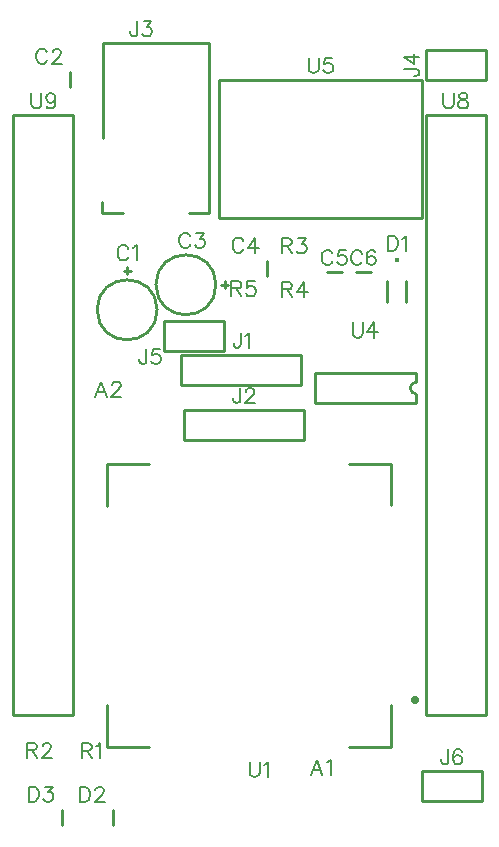
<source format=gbr>
G04 DipTrace 3.0.0.1*
G04 TopSilk.gbr*
%MOIN*%
G04 #@! TF.FileFunction,Legend,Top*
G04 #@! TF.Part,Single*
%ADD10C,0.009843*%
%ADD34C,0.015749*%
%ADD42O,0.027954X0.029027*%
%ADD103C,0.00772*%
%FSLAX26Y26*%
G04*
G70*
G90*
G75*
G01*
G04 TopSilk*
%LPD*%
X774794Y2277125D2*
D10*
X798434D1*
X786614Y2288944D2*
Y2265331D1*
X686614Y2147215D2*
G02X686614Y2147215I100000J0D01*
G01*
X597659Y2940138D2*
Y2888996D1*
X1112558Y2242529D2*
Y2218889D1*
X1124377Y2230709D2*
X1100764D1*
X882683D2*
G02X882683Y2230709I99965J0D01*
G01*
X1252383Y2311004D2*
Y2259862D1*
X1451988Y2274037D2*
X1503130D1*
X1549232Y2273249D2*
X1600374D1*
X1716538Y2244496D2*
Y2173617D1*
X1653543Y2244496D2*
Y2173617D1*
D34*
X1685041Y2313387D3*
X739743Y479902D2*
D10*
Y428760D1*
X568877Y481083D2*
Y429941D1*
X967323Y1997638D2*
Y1897638D1*
X1367323Y1997638D2*
X967323D1*
X1367323Y1897638D2*
X967323D1*
X1367323Y1997638D2*
Y1897638D1*
X976378Y1812992D2*
Y1712992D1*
X1376378Y1812992D2*
X976378D1*
X1376378Y1712992D2*
X976378D1*
X1376378Y1812992D2*
Y1712992D1*
X1059055Y3035433D2*
X704691D1*
Y2720490D1*
X702753Y2507849D2*
X702798Y2468497D1*
X771633D1*
X992113D2*
X1059055D1*
Y3035433D1*
X1983858Y2913780D2*
Y3013780D1*
X1783858Y2913780D2*
X1983858D1*
X1783858D2*
Y3013780D1*
X1983858D1*
X1108701Y2008701D2*
Y2108701D1*
X908701Y2008701D2*
X1108701D1*
X908701D2*
Y2108701D1*
X1108701D1*
X1968701Y508701D2*
Y608701D1*
X1768701Y508701D2*
X1968701D1*
X1768701D2*
Y608701D1*
X1968701D1*
X1666699Y829817D2*
Y688816D1*
X1525650D1*
D42*
X1744692Y847354D3*
X860628Y688816D2*
D10*
X720646D1*
Y829817D1*
Y828809D1*
X1666699Y1495820D2*
Y1634806D1*
X1525650D1*
X859668D2*
X720646D1*
Y1493805D1*
X1750005Y1937409D2*
X1411412D1*
X1750005Y1835032D2*
X1411412D1*
Y1937409D2*
Y1835032D1*
X1750005Y1937409D2*
Y1905915D1*
Y1866526D2*
Y1835032D1*
Y1905915D2*
G03X1750005Y1866526I-12J-19694D01*
G01*
X1770866Y2914173D2*
X1094094D1*
Y2452362D1*
X1770866D1*
Y2914173D1*
X1782283Y795669D2*
X1982283D1*
X1782283Y2795669D2*
X1982283D1*
Y795669D1*
X1782283Y2795669D2*
Y795669D1*
X407480D2*
X607480D1*
X407480Y2795669D2*
X607480D1*
Y795669D1*
X407480Y2795669D2*
Y795669D1*
X1437324Y597747D2*
D103*
X1418146Y647987D1*
X1399023Y597747D1*
X1406208Y614494D2*
X1430139D1*
X1452764Y638370D2*
X1457572Y640802D1*
X1464757Y647932D1*
Y597747D1*
X718307Y1857235D2*
X699128Y1907475D1*
X680005Y1857235D1*
X687190Y1873982D2*
X711122D1*
X736178Y1895482D2*
Y1897858D1*
X738554Y1902667D1*
X740931Y1905043D1*
X745739Y1907420D1*
X755301D1*
X760054Y1905043D1*
X762431Y1902667D1*
X764863Y1897858D1*
Y1893105D1*
X762431Y1888297D1*
X757678Y1881167D1*
X733746Y1857235D1*
X767239D1*
X790833Y2350229D2*
X788456Y2354982D1*
X783648Y2359791D1*
X778895Y2362167D1*
X769333D1*
X764524Y2359791D1*
X759771Y2354982D1*
X757339Y2350229D1*
X754963Y2343044D1*
Y2331051D1*
X757339Y2323921D1*
X759771Y2319112D1*
X764524Y2314359D1*
X769333Y2311927D1*
X778895D1*
X783648Y2314359D1*
X788456Y2319112D1*
X790833Y2323921D1*
X806272Y2352550D2*
X811080Y2354982D1*
X818266Y2362112D1*
Y2311927D1*
X520251Y3005379D2*
X517874Y3010133D1*
X513066Y3014941D1*
X508313Y3017318D1*
X498751D1*
X493943Y3014941D1*
X489189Y3010133D1*
X486757Y3005379D1*
X484381Y2998194D1*
Y2986201D1*
X486757Y2979071D1*
X489189Y2974263D1*
X493943Y2969509D1*
X498751Y2967078D1*
X508313D1*
X513066Y2969509D1*
X517874Y2974263D1*
X520251Y2979071D1*
X538122Y3005324D2*
Y3007701D1*
X540499Y3012509D1*
X542875Y3014886D1*
X547684Y3017262D1*
X557245D1*
X561998Y3014886D1*
X564375Y3012509D1*
X566807Y3007701D1*
Y3002947D1*
X564375Y2998139D1*
X559622Y2991009D1*
X535690Y2967078D1*
X569183D1*
X996999Y2391994D2*
X994622Y2396747D1*
X989814Y2401555D1*
X985061Y2403932D1*
X975499D1*
X970691Y2401555D1*
X965937Y2396747D1*
X963506Y2391994D1*
X961129Y2384808D1*
Y2372815D1*
X963506Y2365685D1*
X965937Y2360877D1*
X970691Y2356124D1*
X975499Y2353692D1*
X985061D1*
X989814Y2356124D1*
X994622Y2360877D1*
X996999Y2365685D1*
X1017247Y2403876D2*
X1043500D1*
X1029185Y2384753D1*
X1036370D1*
X1041123Y2382377D1*
X1043500Y2380000D1*
X1045931Y2372815D1*
Y2368062D1*
X1043500Y2360877D1*
X1038746Y2356068D1*
X1031561Y2353692D1*
X1024376D1*
X1017247Y2356068D1*
X1014870Y2358500D1*
X1012438Y2363253D1*
X1173787Y2376245D2*
X1171410Y2380999D1*
X1166602Y2385807D1*
X1161849Y2388184D1*
X1152287D1*
X1147479Y2385807D1*
X1142725Y2380999D1*
X1140294Y2376245D1*
X1137917Y2369060D1*
Y2357067D1*
X1140294Y2349937D1*
X1142725Y2345129D1*
X1147479Y2340376D1*
X1152287Y2337944D1*
X1161849D1*
X1166602Y2340376D1*
X1171410Y2345129D1*
X1173787Y2349937D1*
X1213158Y2337944D2*
Y2388128D1*
X1189226Y2354690D1*
X1225096D1*
X1471028Y2335322D2*
X1468651Y2340075D1*
X1463843Y2344883D1*
X1459090Y2347260D1*
X1449528D1*
X1444719Y2344883D1*
X1439966Y2340075D1*
X1437534Y2335322D1*
X1435158Y2328137D1*
Y2316143D1*
X1437534Y2309013D1*
X1439966Y2304205D1*
X1444719Y2299452D1*
X1449528Y2297020D1*
X1459090D1*
X1463843Y2299452D1*
X1468651Y2304205D1*
X1471028Y2309013D1*
X1515152Y2347205D2*
X1491275D1*
X1488899Y2325705D1*
X1491275Y2328081D1*
X1498460Y2330513D1*
X1505590D1*
X1512775Y2328081D1*
X1517584Y2323328D1*
X1519960Y2316143D1*
Y2311390D1*
X1517584Y2304205D1*
X1512775Y2299396D1*
X1505590Y2297020D1*
X1498460D1*
X1491275Y2299396D1*
X1488899Y2301828D1*
X1486467Y2306581D1*
X1569488Y2334534D2*
X1567111Y2339287D1*
X1562303Y2344096D1*
X1557550Y2346472D1*
X1547988D1*
X1543179Y2344096D1*
X1538426Y2339287D1*
X1535994Y2334534D1*
X1533618Y2327349D1*
Y2315356D1*
X1535994Y2308226D1*
X1538426Y2303417D1*
X1543179Y2298664D1*
X1547988Y2296232D1*
X1557550D1*
X1562303Y2298664D1*
X1567111Y2303417D1*
X1569488Y2308226D1*
X1613612Y2339287D2*
X1611235Y2344041D1*
X1604050Y2346417D1*
X1599297D1*
X1592112Y2344041D1*
X1587304Y2336856D1*
X1584927Y2324917D1*
Y2312979D1*
X1587304Y2303417D1*
X1592112Y2298609D1*
X1599297Y2296232D1*
X1601674D1*
X1608803Y2298609D1*
X1613612Y2303417D1*
X1615988Y2310602D1*
Y2312979D1*
X1613612Y2320164D1*
X1608803Y2324917D1*
X1601674Y2327294D1*
X1599297D1*
X1592112Y2324917D1*
X1587304Y2320164D1*
X1584927Y2312979D1*
X1654578Y2394483D2*
Y2344243D1*
X1671324D1*
X1678509Y2346675D1*
X1683318Y2351428D1*
X1685694Y2356236D1*
X1688071Y2363366D1*
Y2375360D1*
X1685694Y2382545D1*
X1683318Y2387298D1*
X1678509Y2392106D1*
X1671324Y2394483D1*
X1654578D1*
X1703510Y2384866D2*
X1708319Y2387298D1*
X1715504Y2394428D1*
Y2344243D1*
X629643Y557081D2*
Y506841D1*
X646389D1*
X653574Y509273D1*
X658383Y514026D1*
X660759Y518835D1*
X663136Y525965D1*
Y537958D1*
X660759Y545143D1*
X658383Y549896D1*
X653574Y554705D1*
X646389Y557081D1*
X629643D1*
X681007Y545088D2*
Y547464D1*
X683384Y552273D1*
X685760Y554649D1*
X690569Y557026D1*
X700130D1*
X704884Y554649D1*
X707260Y552273D1*
X709692Y547464D1*
Y542711D1*
X707260Y537903D1*
X702507Y530773D1*
X678575Y506841D1*
X712069D1*
X458777Y558262D2*
Y508022D1*
X475523D1*
X482708Y510454D1*
X487517Y515207D1*
X489893Y520016D1*
X492270Y527146D1*
Y539139D1*
X489893Y546324D1*
X487517Y551077D1*
X482708Y555886D1*
X475523Y558262D1*
X458777D1*
X512518Y558207D2*
X538771D1*
X524456Y539084D1*
X531641D1*
X536394Y536707D1*
X538771Y534331D1*
X541202Y527146D1*
Y522393D1*
X538771Y515207D1*
X534017Y510399D1*
X526832Y508022D1*
X519647D1*
X512518Y510399D1*
X510141Y512831D1*
X507709Y517584D1*
X1165572Y2070861D2*
Y2032614D1*
X1163196Y2025429D1*
X1160764Y2023053D1*
X1156011Y2020621D1*
X1151202D1*
X1146449Y2023053D1*
X1144072Y2025429D1*
X1141641Y2032614D1*
Y2037368D1*
X1181012Y2061244D2*
X1185820Y2063676D1*
X1193005Y2070806D1*
Y2020621D1*
X1163878Y1886215D2*
Y1847969D1*
X1161501Y1840784D1*
X1159069Y1838407D1*
X1154316Y1835975D1*
X1149507D1*
X1144754Y1838407D1*
X1142378Y1840784D1*
X1139946Y1847969D1*
Y1852722D1*
X1181749Y1874222D2*
Y1876598D1*
X1184125Y1881407D1*
X1186502Y1883783D1*
X1191310Y1886160D1*
X1200872D1*
X1205625Y1883783D1*
X1208002Y1881407D1*
X1210434Y1876598D1*
Y1871845D1*
X1208002Y1867037D1*
X1203248Y1859907D1*
X1179317Y1835975D1*
X1212810D1*
X821161Y3108656D2*
Y3070410D1*
X818784Y3063225D1*
X816353Y3060848D1*
X811599Y3058416D1*
X806791D1*
X802038Y3060848D1*
X799661Y3063225D1*
X797229Y3070410D1*
Y3075163D1*
X841409Y3108601D2*
X867662D1*
X853347Y3089478D1*
X860532D1*
X865285Y3087101D1*
X867662Y3084724D1*
X870094Y3077539D1*
Y3072786D1*
X867662Y3065601D1*
X862909Y3060793D1*
X855723Y3058416D1*
X848538D1*
X841409Y3060793D1*
X839032Y3063225D1*
X836600Y3067978D1*
X1710635Y2950091D2*
X1748882D1*
X1756067Y2947714D1*
X1758443Y2945282D1*
X1760875Y2940529D1*
Y2935721D1*
X1758443Y2930968D1*
X1756067Y2928591D1*
X1748882Y2926159D1*
X1744129D1*
X1760875Y2989462D2*
X1710691D1*
X1744129Y2965530D1*
Y3001400D1*
X851200Y2016924D2*
Y1978677D1*
X848824Y1971492D1*
X846392Y1969116D1*
X841639Y1966684D1*
X836830D1*
X832077Y1969116D1*
X829701Y1971492D1*
X827269Y1978677D1*
Y1983431D1*
X895324Y2016869D2*
X871448D1*
X869071Y1995369D1*
X871448Y1997745D1*
X878633Y2000177D1*
X885763D1*
X892948Y1997745D1*
X897756Y1992992D1*
X900133Y1985807D1*
Y1981054D1*
X897756Y1973869D1*
X892948Y1969060D1*
X885763Y1966684D1*
X878633D1*
X871448Y1969060D1*
X869071Y1971492D1*
X866640Y1976245D1*
X1857416Y681924D2*
Y643677D1*
X1855040Y636492D1*
X1852608Y634116D1*
X1847855Y631684D1*
X1843046D1*
X1838293Y634116D1*
X1835916Y636492D1*
X1833485Y643677D1*
Y648431D1*
X1901540Y674739D2*
X1899164Y679492D1*
X1891979Y681869D1*
X1887226D1*
X1880041Y679492D1*
X1875232Y672307D1*
X1872856Y660369D1*
Y648431D1*
X1875232Y638869D1*
X1880041Y634060D1*
X1887226Y631684D1*
X1889602D1*
X1896732Y634060D1*
X1901540Y638869D1*
X1903917Y646054D1*
Y648431D1*
X1901540Y655616D1*
X1896732Y660369D1*
X1889602Y662745D1*
X1887226D1*
X1880041Y660369D1*
X1875232Y655616D1*
X1872856Y648431D1*
X635285Y678032D2*
X656785D1*
X663970Y680463D1*
X666402Y682840D1*
X668778Y687593D1*
Y692402D1*
X666402Y697155D1*
X663970Y699587D1*
X656785Y701963D1*
X635285D1*
Y651723D1*
X652032Y678032D2*
X668778Y651723D1*
X684218Y692346D2*
X689026Y694778D1*
X696211Y701908D1*
Y651723D1*
X453275Y680000D2*
X474775D1*
X481960Y682432D1*
X484392Y684808D1*
X486769Y689562D1*
Y694370D1*
X484392Y699123D1*
X481960Y701555D1*
X474775Y703932D1*
X453275D1*
Y653692D1*
X470022Y680000D2*
X486769Y653692D1*
X504640Y691938D2*
Y694315D1*
X507016Y699123D1*
X509393Y701500D1*
X514201Y703876D1*
X523763D1*
X528516Y701500D1*
X530893Y699123D1*
X533325Y694315D1*
Y689562D1*
X530893Y684753D1*
X526140Y677623D1*
X502208Y653692D1*
X535701D1*
X1302488Y2361496D2*
X1323988D1*
X1331173Y2363928D1*
X1333605Y2366305D1*
X1335981Y2371058D1*
Y2375866D1*
X1333605Y2380619D1*
X1331173Y2383051D1*
X1323988Y2385428D1*
X1302488D1*
Y2335188D1*
X1319234Y2361496D2*
X1335981Y2335188D1*
X1356229Y2385373D2*
X1382482D1*
X1368167Y2366249D1*
X1375352D1*
X1380105Y2363873D1*
X1382482Y2361496D1*
X1384914Y2354311D1*
Y2349558D1*
X1382482Y2342373D1*
X1377729Y2337564D1*
X1370544Y2335188D1*
X1363359D1*
X1356229Y2337564D1*
X1353852Y2339996D1*
X1351420Y2344749D1*
X1303268Y2215433D2*
X1324768D1*
X1331953Y2217865D1*
X1334385Y2220242D1*
X1336761Y2224995D1*
Y2229803D1*
X1334385Y2234556D1*
X1331953Y2236988D1*
X1324768Y2239365D1*
X1303268D1*
Y2189125D1*
X1320015Y2215433D2*
X1336761Y2189125D1*
X1376132D2*
Y2239310D1*
X1352201Y2205871D1*
X1388071D1*
X1133984Y2218583D2*
X1155484D1*
X1162669Y2221015D1*
X1165101Y2223391D1*
X1167477Y2228144D1*
Y2232953D1*
X1165101Y2237706D1*
X1162669Y2240138D1*
X1155484Y2242514D1*
X1133984D1*
Y2192274D1*
X1150731Y2218583D2*
X1167477Y2192274D1*
X1211601Y2242459D2*
X1187725D1*
X1185348Y2220959D1*
X1187725Y2223336D1*
X1194910Y2225768D1*
X1202040D1*
X1209225Y2223336D1*
X1214033Y2218583D1*
X1216410Y2211398D1*
Y2206644D1*
X1214033Y2199459D1*
X1209225Y2194651D1*
X1202040Y2192274D1*
X1194910D1*
X1187725Y2194651D1*
X1185348Y2197083D1*
X1182916Y2201836D1*
X1194738Y640915D2*
Y605045D1*
X1197114Y597860D1*
X1201923Y593107D1*
X1209108Y590675D1*
X1213861D1*
X1221046Y593107D1*
X1225854Y597860D1*
X1228231Y605045D1*
Y640915D1*
X1243670Y631298D2*
X1248479Y633730D1*
X1255664Y640860D1*
Y590675D1*
X1538307Y2105113D2*
Y2069243D1*
X1540684Y2062058D1*
X1545492Y2057305D1*
X1552677Y2054873D1*
X1557431D1*
X1564616Y2057305D1*
X1569424Y2062058D1*
X1571801Y2069243D1*
Y2105113D1*
X1611172Y2054873D2*
Y2105058D1*
X1587240Y2071620D1*
X1623110D1*
X1391267Y2987396D2*
Y2951526D1*
X1393644Y2944341D1*
X1398452Y2939588D1*
X1405637Y2937156D1*
X1410391D1*
X1417576Y2939588D1*
X1422384Y2944341D1*
X1424761Y2951526D1*
Y2987396D1*
X1468885Y2987341D2*
X1445008D1*
X1442632Y2965841D1*
X1445008Y2968218D1*
X1452193Y2970650D1*
X1459323D1*
X1466508Y2968218D1*
X1471317Y2963465D1*
X1473693Y2956280D1*
Y2951526D1*
X1471317Y2944341D1*
X1466508Y2939533D1*
X1459323Y2937156D1*
X1452193D1*
X1445008Y2939533D1*
X1442632Y2941965D1*
X1440200Y2946718D1*
X1841098Y2868892D2*
Y2833022D1*
X1843475Y2825837D1*
X1848283Y2821084D1*
X1855468Y2818652D1*
X1860221D1*
X1867406Y2821084D1*
X1872215Y2825837D1*
X1874591Y2833022D1*
Y2868892D1*
X1901969Y2868837D2*
X1894839Y2866461D1*
X1892407Y2861707D1*
Y2856899D1*
X1894839Y2852146D1*
X1899592Y2849714D1*
X1909154Y2847337D1*
X1916339Y2844961D1*
X1921092Y2840152D1*
X1923469Y2835399D1*
Y2828214D1*
X1921092Y2823461D1*
X1918716Y2821029D1*
X1911531Y2818652D1*
X1901969D1*
X1894839Y2821029D1*
X1892407Y2823461D1*
X1890031Y2828214D1*
Y2835399D1*
X1892407Y2840152D1*
X1897216Y2844961D1*
X1904346Y2847337D1*
X1913907Y2849714D1*
X1918716Y2852146D1*
X1921092Y2856899D1*
Y2861707D1*
X1918716Y2866461D1*
X1911531Y2868837D1*
X1901969D1*
X467456Y2868892D2*
Y2833022D1*
X469832Y2825837D1*
X474641Y2821084D1*
X481826Y2818652D1*
X486579D1*
X493764Y2821084D1*
X498572Y2825837D1*
X500949Y2833022D1*
Y2868892D1*
X547505Y2852146D2*
X545073Y2844961D1*
X540320Y2840152D1*
X533135Y2837776D1*
X530758D1*
X523573Y2840152D1*
X518820Y2844961D1*
X516388Y2852146D1*
Y2854522D1*
X518820Y2861707D1*
X523573Y2866461D1*
X530758Y2868837D1*
X533135D1*
X540320Y2866461D1*
X545073Y2861707D1*
X547505Y2852146D1*
Y2840152D1*
X545073Y2828214D1*
X540320Y2821029D1*
X533135Y2818652D1*
X528382D1*
X521197Y2821029D1*
X518820Y2825837D1*
M02*

</source>
